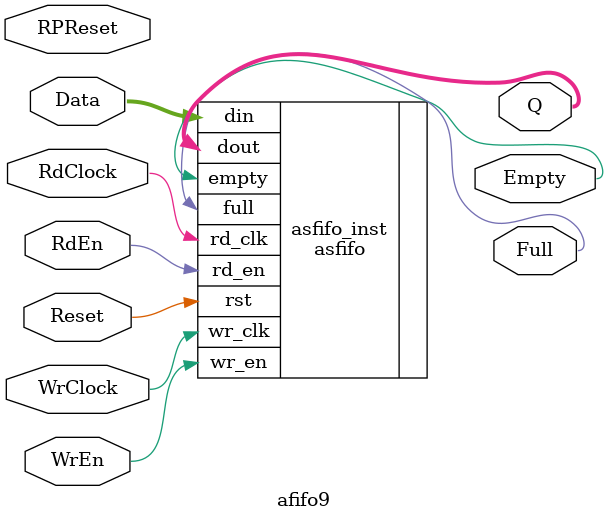
<source format=v>
`default_nettype none
module afifo9 (
	input wire [8:0] Data,
	input wire WrClock,
	input wire RdClock,
	input wire WrEn,
	input wire RdEn,
	input wire Reset,
	input wire RPReset,
	output wire [8:0] Q,
	output wire Empty,
	output wire Full
);

asfifo # (
	.DATA_WIDTH(9),
	.ADDRESS_WIDTH(10)
) asfifo_inst (
	.dout(Q), 
	.empty(Empty),
	.rd_en(RdEn),
	.rd_clk(RdClock),        
	.din(Data),  
	.full(Full),
	.wr_en(WrEn),
	.wr_clk(WrClock),
	.rst(Reset)
);

endmodule
`default_nettype wire

</source>
